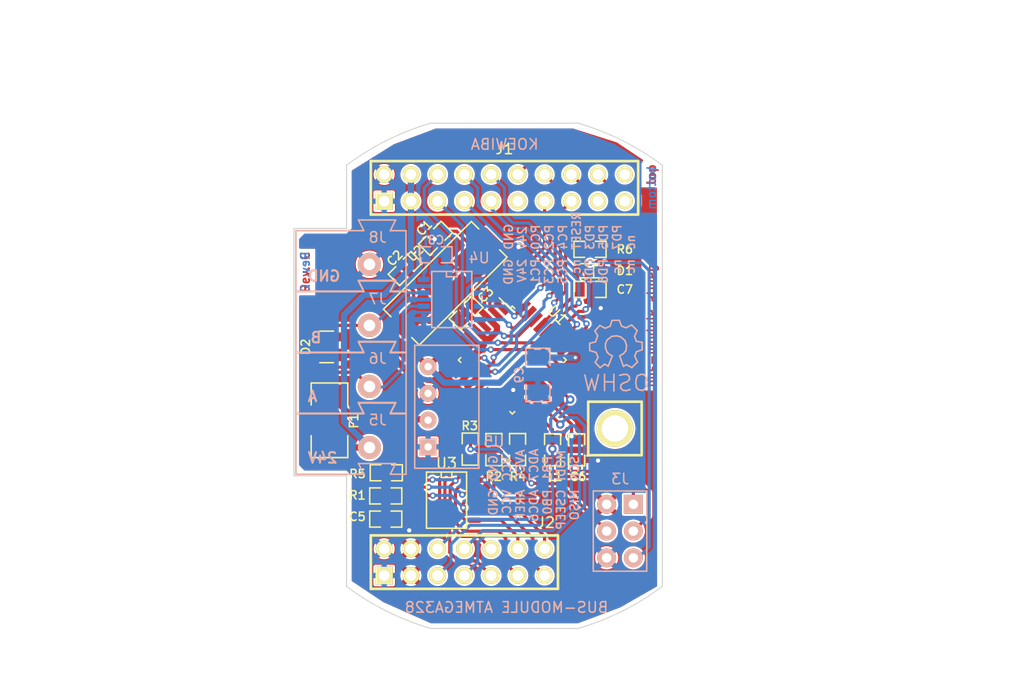
<source format=kicad_pcb>
(kicad_pcb (version 20211014) (generator pcbnew)
  (title_block (title "bus-module atmega328") (date "2019-03-06") (rev "C") (company "KoeWiBa"))
  (layers (0 "F.Cu" signal) (31 "B.Cu" signal) (34 "B.Paste" user) (35 "F.Paste" user) (36 "B.SilkS" user "B.Silkscreen") (37 "F.SilkS" user "F.Silkscreen") (38 "B.Mask" user) (39 "F.Mask" user) (44 "Edge.Cuts" user))
  (net 0 "")
  (net 1 "GND")
  (net 2 "/AREF")
  (net 3 "/AVCC")
  (net 4 "/PB0")
  (net 5 "/PB1")
  (net 6 "/MOSI")
  (net 7 "/MISO")
  (net 8 "/SCK")
  (net 9 "/PC1")
  (net 10 "/PC0")
  (net 11 "/PC3")
  (net 12 "/PC2")
  (net 13 "/PC5")
  (net 14 "/PC4")
  (net 15 "/PD3")
  (net 16 "/PD6")
  (net 17 "/PD5")
  (net 18 "/PD7")
  (net 19 "+24V")
  (net 20 "Net-(R1-Pad2)")
  (net 21 "Net-(R5-Pad2)")
  (net 22 "/TXD0EN")
  (net 23 "/RXD0")
  (net 24 "/TXD0")
  (net 25 "//RESET")
  (net 26 "//CSEEP")
  (net 27 "Net-(C1-Pad1)")
  (net 28 "Net-(C2-Pad1)")
  (net 29 "/ADC7")
  (net 30 "/ADC6")
  (net 31 "/PD4")
  (net 32 "/PB4_MISO")
  (net 33 "/PB5_SCK")
  (net 34 "/PB3_MOSI")
  (net 35 "VCC")
  (net 36 "/A")
  (net 37 "/B")
  (net 38 "Net-(F1-Pad1)")
  (net 39 "Net-(D2-Pad2)")
  (net 40 "Net-(H1-Pad1)")
  (net 41 "Net-(J1-Pad11)")
  (net 42 "Net-(J1-Pad17)")
  (net 43 "Net-(J1-Pad19)")
  (net 44 "Net-(J1-Pad20)")
  (footprint "Capacitors_SMD:C_0805" (layer "F.Cu") (at 93.448519 86.936481 -135)
    (fp_text reference "C1")
    (fp_text value "18pF")
  )
  (footprint "Capacitors_SMD:C_0805" (layer "F.Cu") (at 90.575 89.81 45)
    (fp_text reference "C2")
    (fp_text value "18pF")
  )
  (footprint "Capacitors_SMD:C_0805" (layer "F.Cu") (at 96.360519 94.039481 45)
    (fp_text reference "C3")
    (fp_text value "100nF")
  )
  (footprint "Capacitors_SMD:C_0805" (layer "F.Cu") (at 88.7275 113.61)
    (fp_text reference "C5")
    (fp_text value "100nF")
  )
  (footprint "Capacitors_SMD:C_0805" (layer "F.Cu") (at 106.863 107.032 -90)
    (fp_text reference "C6")
    (fp_text value "100nF")
  )
  (footprint "Capacitors_SMD:C_0805" (layer "F.Cu") (at 108.133 91.792)
    (fp_text reference "C7")
    (fp_text value "4,7nF")
  )
  (footprint "Connector_Header:HEADER_10x2" (layer "F.Cu") (at 100.005 82.14)
    (fp_text reference "J1")
    (fp_text value "CONN_10X2" hide)
  )
  (footprint "Inductor:L_0805" (layer "F.Cu") (at 104.577 107.032 90)
    (fp_text reference "L1")
    (fp_text value "10µH")
  )
  (footprint "Resistor:R_0805" (layer "F.Cu") (at 88.7275 111.41)
    (fp_text reference "R1")
    (fp_text value "10k")
  )
  (footprint "Resistor:R_0805" (layer "F.Cu") (at 99 107.01 -90)
    (fp_text reference "R2")
    (fp_text value "100")
  )
  (footprint "Resistor:R_0805" (layer "F.Cu") (at 96.75 106.9625 -90)
    (fp_text reference "R3")
    (fp_text value "100")
  )
  (footprint "Resistor:R_0805" (layer "F.Cu") (at 101.25 107.01 -90)
    (fp_text reference "R4")
    (fp_text value "100")
  )
  (footprint "Resistor:R_0805" (layer "F.Cu") (at 88.775 109.21)
    (fp_text reference "R5")
    (fp_text value "10k")
  )
  (footprint "Resistor:R_0805" (layer "F.Cu") (at 108.133 87.982 180)
    (fp_text reference "R6")
    (fp_text value "10k")
  )
  (footprint "Housings_SOIC:SO8E" (layer "F.Cu") (at 94.5 111.81 -90)
    (fp_text reference "U3")
    (fp_text value "25LC256" hide)
  )
  (footprint "Diode_SMD:D_SOD323" (layer "F.Cu") (at 108.133 90.014)
    (fp_text reference "D1")
    (fp_text value "1N4148WS (SOD323)")
  )
  (footprint "Crystal:CRY_HC49_SMD" (layer "F.Cu") (at 94.379794 91.205206 -135)
    (fp_text reference "U2")
    (fp_text value "7,3728MHz")
  )
  (footprint "Mechanical:HOLE_2.5mm" (layer "F.Cu") (at 110.5 105)
    (fp_text reference "H1" hide)
    (fp_text value "HOLE" hide)
  )
  (footprint "Connector_Header:HEADER_7x2" (layer "F.Cu") (at 96.195 117.7)
    (fp_text reference "J2")
    (fp_text value "CONN_7X2" hide)
  )
  (footprint "Housings_QFP:TQFP-32_7x7mm_Pitch0.8mm" (layer "F.Cu") (at 100.75 98.5 -45)
    (fp_text reference "U1")
    (fp_text value "ATMEGA328-TQFP32")
  )
  (footprint "Diode_SMD:D_SOT143" (layer "F.Cu") (at 83.114 97.253 90)
    (fp_text reference "D2")
    (fp_text value "SEMTECH SR05")
  )
  (footprint "Resistor:R_1812" (layer "F.Cu") (at 83.368 104.238 -90)
    (fp_text reference "F1")
    (fp_text value "FUSE")
  )
  (footprint "Capacitors_SMD:C_0805" (layer "B.Cu") (at 93.5 88.5 180)
    (fp_text reference "C8")
    (fp_text value "100nF")
  )
  (footprint "Connector_WAGO:WAGO243" (layer "B.Cu") (at 90.6548 91.95 90)
    (fp_text reference "J8")
    (fp_text value "CONN_1" hide)
  )
  (footprint "Connector_WAGO:WAGO243" (layer "B.Cu") (at 90.6548 97.75 90)
    (fp_text reference "J7")
    (fp_text value "CONN_1" hide)
  )
  (footprint "Connector_WAGO:WAGO243" (layer "B.Cu") (at 90.6548 103.55 90)
    (fp_text reference "J6")
    (fp_text value "CONN_1" hide)
  )
  (footprint "Connector_WAGO:WAGO243" (layer "B.Cu") (at 90.6548 109.35 90)
    (fp_text reference "J5")
    (fp_text value "CONN_1" hide)
  )
  (footprint "Symbol:Symbol_OSHW-Logo_SilkScreen" (layer "B.Cu") (at 110.6 97.2 180)
    (fp_text reference "LOGO1" hide)
    (fp_text value "Open Hardware")
  )
  (footprint "Housings_SOIC:SO8E" (layer "B.Cu") (at 95 92.75 -90)
    (fp_text reference "U4")
    (fp_text value "MAX487ECSA" hide)
  )
  (footprint "DCDC_Converter:AM1S-XXXX_SIL4" (layer "B.Cu") (at 92.75 106.75 90)
    (fp_text reference "U5")
    (fp_text value "AM1S-2405" hide)
  )
  (footprint "Connector_Header:HEADER_3x2" (layer "B.Cu") (at 112.25 112.21 -90)
    (fp_text reference "J3")
    (fp_text value "CONN-ISP-6" hide)
  )
  (footprint "Capacitors_SMD:C_1206" (layer "B.Cu") (at 103.18 99.92 -90)
    (fp_text reference "C9")
    (fp_text value "100µF/6,3V VS")
  )
  (gr_line (start 93 76) (end 106.993021 75.997966) (layer "Edge.Cuts") (width 0.1))
  (gr_arc (start 85.001058 79.999206) (mid 88.820251 77.639024) (end 93 76) (layer "Edge.Cuts") (width 0.1))
  (gr_line (start 107 124) (end 92.996322 123.998927) (layer "Edge.Cuts") (width 0.1))
  (gr_line (start 85 86) (end 80 86) (layer "Edge.Cuts") (width 0.1))
  (gr_line (start 115 80) (end 115.004226 119.99683) (layer "Edge.Cuts") (width 0.1))
  (gr_line (start 85.001058 79.999206) (end 85 86) (layer "Edge.Cuts") (width 0.1))
  (gr_line (start 80 109.5) (end 85 109.5) (layer "Edge.Cuts") (width 0.1))
  (gr_line (start 85 120) (end 85 109.5) (layer "Edge.Cuts") (width 0.1))
  (gr_arc (start 106.993021 75.997966) (mid 111.177089 77.637695) (end 115 80) (layer "Edge.Cuts") (width 0.1))
  (gr_arc (start 92.996322 123.998927) (mid 88.817947 122.359823) (end 85 120) (layer "Edge.Cuts") (width 0.1))
  (gr_line (start 80 86) (end 80 109.5) (layer "Edge.Cuts") (width 0.1))
  (gr_arc (start 115.004226 119.99683) (mid 111.182702 122.359499) (end 107 124) (layer "Edge.Cuts") (width 0.1))
  (gr_text "bus-module atmega328" (at 113.975 101.19 90) (layer "F.Cu") (effects (font (size 0.8 0.8)) (justify left)))
  (gr_text "Rev. C" (at 81.082 90.141 90) (layer "F.Cu") (effects (font (size 0.8 0.8))))
  (gr_text "top" (at 113.975 80.87 90) (layer "F.Cu") (effects (font (size 0.8 0.8))))
  (gr_text "koewiba" (at 112.705 101.19 90) (layer "F.Cu") (effects (font (size 0.8 0.8)) (justify left)))
  (gr_text "Rev. C" (at 81.082 90.141 90) (layer "B.Cu") (effects (font (size 0.8 0.8)) (justify mirror)))
  (gr_text "bottom" (at 113.975 82.14 90) (layer "B.Cu") (effects (font (size 0.8 0.8)) (justify mirror)))
  (gr_text "24V" (at 81.209 107.794) (layer "B.SilkS") (effects (font (size 1 1) (thickness 0.2)) (justify right mirror)))
  (gr_text "KOEWIBA" (at 100.025 78.01) (layer "B.SilkS") (effects (font (size 1 1)) (justify mirror)))
  (gr_text "GND\nVCC\nAVCC\nADC7\nPB1\nMODI\nSCK" (at 102.8 110.08 90) (layer "B.SilkS") (effects (font (size 0.8 0.8)) (justify right mirror)))
  (gr_text "GND\n24V\nPC0\nPC2\nPC4\nRESET\nPD3\nPD5\nPD7\nnc" (at 106.2 88.11 90) (layer "B.SilkS") (effects (font (size 0.8 0.8)) (justify right mirror)))
  (gr_text "B" (at 81.463 96.364) (layer "B.SilkS") (effects (font (size 1 1) (thickness 0.2)) (justify right mirror)))
  (gr_text "BUS-MODULE ATMEGA328" (at 100.2 122) (layer "B.SilkS") (effects (font (size 1 1)) (justify mirror)))
  (gr_text "A" (at 81.209 101.952) (layer "B.SilkS") (effects (font (size 1 1) (thickness 0.2)) (justify right mirror)))
  (gr_text "GND\n24V\nPC1\nPC3\nPC5\nnc\nPD4\nPD6\nnc\nnc" (at 106.175 88.81 90) (layer "B.SilkS") (effects (font (size 0.8 0.8)) (justify left mirror)))
  (gr_text "GND\nVCC\nAREF\nADC6\nPB0\nCSEEP\nMISO" (at 102.8 110.715 90) (layer "B.SilkS") (effects (font (size 0.8 0.8)) (justify left mirror)))
  (gr_text "GND" (at 81.209 90.522) (layer "B.SilkS") (effects (font (size 1 1) (thickness 0.2)) (justify right mirror)))
  (segment (start 89.21 98.02262) (end 92.75 101.56262) (width 0.6) (layer "F.Cu") (net 1))
  (segment (start 92.75 101.56262) (end 92.75 101.67) (width 0.6) (layer "F.Cu") (net 1))
  (segment (start 109.0855 93.5065) (end 109.149 93.57) (width 0.6) (layer "F.Cu") (net 1))
  (segment (start 97.419057 91.651216) (end 101.337577 87.732696) (width 0.6) (layer "F.Cu") (net 1))
  (segment (start 97.313018 93.365962) (end 97.034038 93.365962) (width 0.6) (layer "F.Cu") (net 1))
  (segment (start 99.287789 95.340733) (end 98.593324 94.646268) (width 0.6) (layer "F.Cu") (net 1))
  (segment (start 104.038047 101.222361) (end 103.343583 100.527897) (width 0.6) (layer "F.Cu") (net 1))
  (segment (start 99.287789 95.790297) (end 99.287789 95.340733) (width 0.6) (layer "F.Cu") (net 1))
  (segment (start 98.608 96.470086) (end 99.287789 95.790297) (width 0.6) (layer "F.Cu") (net 1))
  (segment (start 101.656103 100.527897) (end 100.838 101.346) (width 0.6) (layer "F.Cu") (net 1))
  (segment (start 97.461953 95.777639) (end 98.175314 96.491) (width 0.6) (layer "F.Cu") (net 1))
  (segment (start 84.064 98.02262) (end 89.21 98.02262) (width 0.6) (layer "F.Cu") (net 1))
  (segment (start 91.375 89.21) (end 91.375 89.01) (width 0.6) (layer "F.Cu") (net 1))
  (segment (start 90.88 113.715) (end 90.775 113.61) (width 0.6) (layer "F.Cu") (net 1))
  (segment (start 97.419057 92.980943) (end 97.419057 91.651216) (width 0.6) (layer "F.Cu") (net 1))
  (segment (start 109.0855 91.792) (end 109.0855 93.5065) (width 0.6) (layer "F.Cu") (net 1))
  (segment (start 90.953102 114.117411) (end 90.88 114.044309) (width 0.6) (layer "F.Cu") (net 1))
  (segment (start 103.343583 100.527897) (end 101.656103 100.527897) (width 0.6) (layer "F.Cu") (net 1))
  (segment (start 98.593324 94.646268) (end 97.313018 93.365962) (width 0.6) (layer "F.Cu") (net 1))
  (segment (start 90.953102 114.683096) (end 90.953102 114.117411) (width 0.6) (layer "F.Cu") (net 1))
  (segment (start 92.775 87.61) (end 93.375 87.01) (width 0.6) (layer "F.Cu") (net 1))
  (segment (start 91.375 89.01) (end 92.775 87.61) (width 0.6) (layer "F.Cu") (net 1))
  (segment (start 98.175314 96.491) (end 98.608 96.491) (width 0.6) (layer "F.Cu") (net 1))
  (segment (start 90.88 114.044309) (end 90.88 113.715) (width 0.6) (layer "F.Cu") (net 1))
  (segment (start 91.833 113.715) (end 90.88 113.715) (width 0.6) (layer "F.Cu") (net 1))
  (segment (start 106.863 107.9845) (end 108.8315 107.9845) (width 0.6) (layer "F.Cu") (net 1))
  (segment (start 108.8315 107.9845) (end 108.895 108.048) (width 0.6) (layer "F.Cu") (net 1))
  (segment (start 97.034038 93.365962) (end 97.419057 92.980943) (width 0.6) (layer "F.Cu") (net 1))
  (segment (start 90.775 113.61) (end 89.68 113.61) (width 0.6) (layer "F.Cu") (net 1))
  (segment (start 98.608 96.491) (end 98.608 96.470086) (width 0.6) (layer "F.Cu") (net 1))
  (segment (start 97.432928 93.451534) (end 97.432928 93.432928) (width 0.6) (layer "F.Cu") (net 1))
  (via (at 100.838 101.346) (size 0.8) (drill 0.4) (layers "F.Cu" "B.Cu") (net 1))
  (via (at 109.149 93.57) (size 0.8) (drill 0.4) (layers "F.Cu" "B.Cu") (net 1))
  (via (at 101.337577 87.732696) (size 0.8) (drill 0.4) (layers "F.Cu" "B.Cu") (net 1))
  (via (at 90.953102 114.683096) (size 0.8) (drill 0.4) (layers "F.Cu" "B.Cu") (net 1))
  (via (at 108.895 108.048) (size 0.8) (drill 0.4) (layers "F.Cu" "B.Cu") (net 1))
  (via (at 93.375 87.01) (size 0.8) (drill 0.4) (layers "F.Cu" "B.Cu") (net 1))
  (segment (start 93.375 87.01) (end 93.375 87.4225) (width 0.6) (layer "B.Cu") (net 1))
  (segment (start 93.375 87.4225) (end 94.4525 88.5) (width 0.6) (layer "B.Cu") (net 1))
  (segment (start 106.774987 106.1404) (end 106.374988 105.740401) (width 0.3) (layer "F.Cu") (net 2))
  (segment (start 106.863 106.0795) (end 106.8021 106.1404) (width 0.3) (layer "F.Cu") (net 2))
  (segment (start 104.20338 102.424442) (end 106.374988 104.59605) (width 0.3) (layer "F.Cu") (net 2))
  (segment (start 104.108756 102.424442) (end 104.20338 102.424442) (width 0.3) (layer "F.Cu") (net 2))
  (segment (start 103.472361 101.788047) (end 104.108756 102.424442) (width 0.3) (layer "F.Cu") (net 2))
  (segment (start 106.374988 104.59605) (end 106.374988 105.740401) (width 0.3) (layer "F.Cu") (net 2))
  (segment (start 106.8021 106.1404) (end 106.774987 106.1404) (width 0.3) (layer "F.Cu") (net 2))
  (segment (start 104.026223 102.128023) (end 103.878023 102.128023) (width 0.3) (layer "F.Cu") (net 2))
  (via (at 106.374988 105.740401) (size 0.8) (drill 0.4) (layers "F.Cu" "B.Cu") (net 2))
  (segment (start 106.374988 106.306086) (end 106.374988 105.740401) (width 0.3) (layer "B.Cu") (net 2))
  (segment (start 104.376756 114.2) (end 106.355 112.221756) (width 0.3) (layer "B.Cu") (net 2))
  (segment (start 106.355 106.326074) (end 106.374988 106.306086) (width 0.3) (layer "B.Cu") (net 2))
  (segment (start 96.72285 114.2) (end 104.376756 114.2) (width 0.3) (layer "B.Cu") (net 2))
  (segment (start 106.355 112.221756) (end 106.355 106.326074) (width 0.3) (layer "B.Cu") (net 2))
  (segment (start 94.925 115.99785) (end 96.72285 114.2) (width 0.3) (layer "B.Cu") (net 2))
  (segment (start 94.925 117.7) (end 94.925 115.99785) (width 0.3) (layer "B.Cu") (net 2))
  (segment (start 93.655 118.97) (end 94.925 117.7) (width 0.3) (layer "B.Cu") (net 2))
  (segment (start 104.559296 105.111136) (end 104.559296 106.374301) (width 0.3) (layer "F.Cu") (net 3))
  (segment (start 102.707696 103.259536) (end 104.559296 105.111136) (width 0.3) (layer "F.Cu") (net 3))
  (segment (start 104.559296 106.374301) (end 104.559296 106.939986) (width 0.3) (layer "F.Cu") (net 3))
  (via (at 104.559296 106.939986) (size 0.8) (drill 0.4) (layers "F.Cu" "B.Cu") (net 3))
  (segment (start 96.449 113.636) (end 104.056878 113.636) (width 0.3) (layer "B.Cu") (net 3))
  (segment (start 104.056878 113.636) (end 104.559296 113.133582) (width 0.3) (layer "B.Cu") (net 3))
  (segment (start 93.655 116.43) (end 96.449 113.636) (width 0.3) (layer "B.Cu") (net 3))
  (segment (start 104.559296 113.133582) (end 104.559296 106.939986) (width 0.3) (layer "B.Cu") (net 3))
  (segment (start 97.345101 117.580101) (end 95.604899 117.580101) (width 0.3) (layer "F.Cu") (net 4))
  (segment (start 94.805101 116.780303) (end 94.805101 114.807057) (width 0.3) (layer "F.Cu") (net 4))
  (segment (start 94.559978 104.079365) (end 97.068095 101.571248) (width 0.3) (layer "F.Cu") (net 4))
  (segment (start 94.805101 114.807057) (end 93.844995 113.846951) (width 0.3) (layer "F.Cu") (net 4))
  (segment (start 98.735 118.97) (end 97.345101 117.580101) (width 0.3) (layer "F.Cu") (net 4))
  (segment (start 94.559978 109.090832) (end 94.559978 104.079365) (width 0.3) (layer "F.Cu") (net 4))
  (segment (start 93.844995 113.846951) (end 93.844995 109.805815) (width 0.3) (layer "F.Cu") (net 4))
  (segment (start 93.844995 109.805815) (end 94.559978 109.090832) (width 0.3) (layer "F.Cu") (net 4))
  (segment (start 95.604899 117.580101) (end 94.805101 116.780303) (width 0.3) (layer "F.Cu") (net 4))
  (segment (start 94.345006 110.034551) (end 95.059989 109.319568) (width 0.3) (layer "F.Cu") (net 5))
  (segment (start 98.735 116.43) (end 97.564012 115.259012) (width 0.3) (layer "F.Cu") (net 5))
  (segment (start 95.059989 104.692905) (end 97.624871 102.128023) (width 0.3) (layer "F.Cu") (net 5))
  (segment (start 94.345006 113.63984) (end 94.345006 110.034551) (width 0.3) (layer "F.Cu") (net 5))
  (segment (start 97.564012 115.259012) (end 95.964177 115.259011) (width 0.3) (layer "F.Cu") (net 5))
  (segment (start 95.059989 109.319568) (end 95.059989 104.692905) (width 0.3) (layer "F.Cu") (net 5))
  (segment (start 95.964177 115.259011) (end 94.345006 113.63984) (width 0.3) (layer "F.Cu") (net 5))
  (segment (start 95.345025 112.785649) (end 95.345025 110.894163) (width 0.3) (layer "F.Cu") (net 6))
  (segment (start 101.275 115.298488) (end 99.691512 113.715) (width 0.3) (layer "F.Cu") (net 6))
  (segment (start 96.75 108.6595) (end 96.75 107.915) (width 0.3) (layer "F.Cu") (net 6))
  (segment (start 101.275 116.43) (end 101.275 115.298488) (width 0.3) (layer "F.Cu") (net 6))
  (segment (start 97.167 113.715) (end 96.274376 113.715) (width 0.3) (layer "F.Cu") (net 6))
  (segment (start 95.345025 110.894163) (end 96.20151 110.037678) (width 0.3) (layer "F.Cu") (net 6))
  (segment (start 96.274376 113.715) (end 95.345025 112.785649) (width 0.3) (layer "F.Cu") (net 6))
  (segment (start 96.20151 109.20799) (end 96.75 108.6595) (width 0.3) (layer "F.Cu") (net 6))
  (segment (start 96.20151 110.037678) (end 96.20151 109.20799) (width 0.3) (layer "F.Cu") (net 6))
  (segment (start 99.691512 113.715) (end 97.167 113.715) (width 0.3) (layer "F.Cu") (net 6))
  (segment (start 102.702999 117.857999) (end 102.702999 115.437999) (width 0.3) (layer "F.Cu") (net 7))
  (segment (start 100.375999 113.110999) (end 96.377497 113.110999) (width 0.3) (layer "F.Cu") (net 7))
  (segment (start 103.815 118.97) (end 102.702999 117.857999) (width 0.3) (layer "F.Cu") (net 7))
  (segment (start 96.095488 112.82899) (end 96.095488 112.529414) (width 0.3) (layer "F.Cu") (net 7))
  (segment (start 93.194994 111.378999) (end 92.743999 111.378999) (width 0.3) (layer "F.Cu") (net 7))
  (segment (start 96.359639 111.840999) (end 96.095488 112.10515) (width 0.3) (layer "F.Cu") (net 7))
  (segment (start 98.018501 111.840999) (end 96.359639 111.840999) (width 0.3) (layer "F.Cu") (net 7))
  (segment (start 99 110.8595) (end 98.018501 111.840999) (width 0.3) (layer "F.Cu") (net 7))
  (segment (start 96.095488 112.10515) (end 96.095488 112.529414) (width 0.3) (layer "F.Cu") (net 7))
  (segment (start 99 107.9625) (end 99 110.8595) (width 0.3) (layer "F.Cu") (net 7))
  (segment (start 102.702999 115.437999) (end 100.375999 113.110999) (width 0.3) (layer "F.Cu") (net 7))
  (segment (start 92.54 111.175) (end 91.833 111.175) (width 0.3) (layer "F.Cu") (net 7))
  (segment (start 96.377497 113.110999) (end 96.095488 112.82899) (width 0.3) (layer "F.Cu") (net 7))
  (segment (start 92.743999 111.378999) (end 92.54 111.175) (width 0.3) (layer "F.Cu") (net 7))
  (via (at 93.194994 111.378999) (size 0.6) (drill 0.3) (layers "F.Cu" "B.Cu") (net 7))
  (via (at 96.095488 112.529414) (size 0.6) (drill 0.3) (layers "F.Cu" "B.Cu") (net 7))
  (segment (start 94.925 111.35) (end 93.223993 111.35) (width 0.3) (layer "B.Cu") (net 7))
  (segment (start 96.095488 112.529414) (end 96.095488 112.520488) (width 0.3) (layer "B.Cu") (net 7))
  (segment (start 93.223993 111.35) (end 93.194994 111.378999) (width 0.3) (layer "B.Cu") (net 7))
  (segment (start 96.095488 112.520488) (end 94.925 111.35) (width 0.3) (layer "B.Cu") (net 7))
  (segment (start 103.815 115.245) (end 101.455 112.885) (width 0.3) (layer "F.Cu") (net 8))
  (segment (start 101.25 112.68) (end 101.455 112.885) (width 0.3) (layer "F.Cu") (net 8))
  (segment (start 101.25 107.9625) (end 101.25 112.68) (width 0.3) (layer "F.Cu") (net 8))
  (segment (start 97.167 112.445) (end 101.015 112.445) (width 0.3) (layer "F.Cu") (net 8))
  (segment (start 103.815 116.43) (end 103.815 115.245) (width 0.3) (layer "F.Cu") (net 8))
  (segment (start 101.015 112.445) (end 101.455 112.885) (width 0.3) (layer "F.Cu") (net 8))
  (segment (start 103.078463 96.868665) (end 105.735103 99.525305) (width 0.3) (layer "F.Cu") (net 9))
  (segment (start 106.102233 99.864999) (end 106.027304 99.864999) (width 0.3) (layer "F.Cu") (net 9))
  (segment (start 99.811479 96.868665) (end 103.078463 96.868665) (width 0.3) (layer "F.Cu") (net 9))
  (segment (start 99.374474 96.855924) (end 99.798738 96.855924) (width 0.3) (layer "F.Cu") (net 9))
  (segment (start 99.798738 96.855924) (end 99.811479 96.868665) (width 0.3) (layer "F.Cu") (net 9))
  (via (at 99.374474 96.855924) (size 0.6) (drill 0.3) (layers "F.Cu" "B.Cu") (net 9))
  (segment (start 96 95.277146) (end 97.578778 96.855924) (width 0.3) (layer "B.Cu") (net 9))
  (segment (start 96 85.755) (end 96 95.277146) (width 0.3) (layer "B.Cu") (net 9))
  (segment (start 97.578778 96.855924) (end 99.374474 96.855924) (width 0.3) (layer "B.Cu") (net 9))
  (segment (start 93.655 83.41) (end 96 85.755) (width 0.3) (layer "B.Cu") (net 9))
  (segment (start 105.545457 100.421775) (end 102.631349 97.507667) (width 0.3) (layer "F.Cu") (net 10))
  (segment (start 102.631349 97.507667) (end 98.70143 97.507667) (width 0.3) (layer "F.Cu") (net 10))
  (via (at 98.70143 97.507667) (size 0.6) (drill 0.3) (layers "F.Cu" "B.Cu") (net 10))
  (segment (start 92.385 82.14) (end 93.655 80.87) (width 0.3) (layer "B.Cu") (net 10))
  (segment (start 95.43591 87.03591) (end 92.385 83.985) (width 0.3) (layer "B.Cu") (net 10))
  (segment (start 97.414509 97.507667) (end 95.43591 95.529068) (width 0.3) (layer "B.Cu") (net 10))
  (segment (start 98.70143 97.507667) (end 97.414509 97.507667) (width 0.3) (layer "B.Cu") (net 10))
  (segment (start 92.385 83.985) (end 92.385 82.14) (width 0.3) (layer "B.Cu") (net 10))
  (segment (start 95.43591 95.529068) (end 95.43591 87.03591) (width 0.3) (layer "B.Cu") (net 10))
  (segment (start 105.559825 96.484831) (end 106.893927 95.150729) (width 0.3) (layer "F.Cu") (net 11))
  (segment (start 106.893927 95.150729) (end 106.893927 95.106073) (width 0.3) (layer "F.Cu") (net 11))
  (via (at 106.893927 95.106073) (size 0.6) (drill 0.3) (layers "F.Cu" "B.Cu") (net 11))
  (segment (start 106.893927 95.106073) (end 105.919976 94.132122) (width 0.3) (layer "B.Cu") (net 11))
  (segment (start 102.087578 87.424396) (end 102.087578 87.372695) (width 0.3) (layer "B.Cu") (net 11))
  (segment (start 99.767695 86.982695) (end 96.195 83.41) (width 0.3) (layer "B.Cu") (net 11))
  (segment (start 101.697578 86.982695) (end 99.767695 86.982695) (width 0.3) (layer "B.Cu") (net 11))
  (segment (start 105.919976 94.132122) (end 105.919976 91.256794) (width 0.3) (layer "B.Cu") (net 11))
  (segment (start 105.919976 91.256794) (end 102.087578 87.424396) (width 0.3) (layer "B.Cu") (net 11))
  (segment (start 102.087578 87.372695) (end 101.697578 86.982695) (width 0.3) (layer "B.Cu") (net 11))
  (segment (start 106.123785 97.048791) (end 107.798536 95.37404) (width 0.3) (layer "F.Cu") (net 12))
  (segment (start 107.798536 95.37404) (end 107.798536 95.048566) (width 0.3) (layer "F.Cu") (net 12))
  (via (at 107.798536 95.048566) (size 0.6) (drill 0.3) (layers "F.Cu" "B.Cu") (net 12))
  (segment (start 97.465 82.14) (end 96.195 80.87) (width 0.3) (layer "B.Cu") (net 12))
  (segment (start 102.587589 87.217285) (end 102.587588 87.165583) (width 0.3) (layer "B.Cu") (net 12))
  (segment (start 106.419986 91.049682) (end 102.587589 87.217285) (width 0.3) (layer "B.Cu") (net 12))
  (segment (start 101.904689 86.482684) (end 100.139384 86.482684) (width 0.3) (layer "B.Cu") (net 12))
  (segment (start 107.798536 95.048566) (end 106.419987 93.670017) (width 0.3) (layer "B.Cu") (net 12))
  (segment (start 100.139384 86.482684) (end 97.465 83.8083) (width 0.3) (layer "B.Cu") (net 12))
  (segment (start 97.465 83.8083) (end 97.465 82.14) (width 0.3) (layer "B.Cu") (net 12))
  (segment (start 102.587588 87.165583) (end 101.904689 86.482684) (width 0.3) (layer "B.Cu") (net 12))
  (segment (start 106.419987 93.670017) (end 106.419986 91.049682) (width 0.3) (layer "B.Cu") (net 12))
  (segment (start 98.73 82.77) (end 98.73 83.52) (width 0.3) (layer "F.Cu") (net 13))
  (segment (start 106.395911 93.38572) (end 106.770007 93.38572) (width 0.3) (layer "F.Cu") (net 13))
  (segment (start 106.770007 93.38572) (end 107.070006 93.085721) (width 0.3) (layer "F.Cu") (net 13))
  (segment (start 104.428313 95.353318) (end 106.395911 93.38572) (width 0.3) (layer "F.Cu") (net 13))
  (via (at 107.070006 93.085721) (size 0.6) (drill 0.3) (layers "F.Cu" "B.Cu") (net 13))
  (segment (start 103.087598 86.958471) (end 103.087598 87.010172) (width 0.3) (layer "B.Cu") (net 13))
  (segment (start 100.600553 85.982675) (end 102.111802 85.982675) (width 0.3) (layer "B.Cu") (net 13))
  (segment (start 98.735 84.117122) (end 100.600553 85.982675) (width 0.3) (layer "B.Cu") (net 13))
  (segment (start 107.070006 90.99258) (end 107.070006 92.661457) (width 0.3) (layer "B.Cu") (net 13))
  (segment (start 98.735 83.41) (end 98.735 84.117122) (width 0.3) (layer "B.Cu") (net 13))
  (segment (start 102.111802 85.982675) (end 103.087598 86.958471) (width 0.3) (layer "B.Cu") (net 13))
  (segment (start 103.087598 87.010172) (end 107.070006 90.99258) (width 0.3) (layer "B.Cu") (net 13))
  (segment (start 107.070006 92.661457) (end 107.070006 93.085721) (width 0.3) (layer "B.Cu") (net 13))
  (segment (start 104.992273 95.917278) (end 107.032333 93.877218) (width 0.3) (layer "F.Cu") (net 14))
  (segment (start 98.73 80.23) (end 98.73 80.27) (width 0.3) (layer "F.Cu") (net 14))
  (segment (start 107.516127 93.877218) (end 107.716362 93.676983) (width 0.3) (layer "F.Cu") (net 14))
  (segment (start 107.032333 93.877218) (end 107.516127 93.877218) (width 0.3) (layer "F.Cu") (net 14))
  (via (at 107.716362 93.676983) (size 0.6) (drill 0.3) (layers "F.Cu" "B.Cu") (net 14))
  (segment (start 107.716362 93.676983) (end 108.016361 93.376984) (width 0.3) (layer "B.Cu") (net 14))
  (segment (start 100.005 82.14) (end 98.735 80.87) (width 0.3) (layer "B.Cu") (net 14))
  (segment (start 108.016361 91.231813) (end 103.587609 86.803061) (width 0.3) (layer "B.Cu") (net 14))
  (segment (start 108.016361 93.376984) (end 108.016361 91.231813) (width 0.3) (layer "B.Cu") (net 14))
  (segment (start 103.587609 86.803061) (end 103.587609 86.75136) (width 0.3) (layer "B.Cu") (net 14))
  (segment (start 100.807664 85.482664) (end 100.005 84.68) (width 0.3) (layer "B.Cu") (net 14))
  (segment (start 103.587609 86.75136) (end 102.318913 85.482664) (width 0.3) (layer "B.Cu") (net 14))
  (segment (start 102.318913 85.482664) (end 100.807664 85.482664) (width 0.3) (layer "B.Cu") (net 14))
  (segment (start 100.005 84.68) (end 100.005 82.14) (width 0.3) (layer "B.Cu") (net 14))
  (segment (start 104.927001 81.982001) (end 104.927001 84.837999) (width 0.3) (layer "F.Cu") (net 15))
  (segment (start 104.315011 88.116147) (end 99.33368 93.097478) (width 0.3) (layer "F.Cu") (net 15))
  (segment (start 104.315011 85.449989) (end 104.315011 88.116147) (width 0.3) (layer "F.Cu") (net 15))
  (segment (start 104.927001 84.837999) (end 104.315011 85.449989) (width 0.3) (layer "F.Cu") (net 15))
  (segment (start 103.815 80.87) (end 104.927001 81.982001) (width 0.3) (layer "F.Cu") (net 15))
  (segment (start 104.815022 90.246463) (end 103.413541 91.647944) (width 0.3) (layer "F.Cu") (net 16))
  (segment (start 98.58603 99.073938) (end 98.976975 98.682993) (width 0.3) (layer "F.Cu") (net 16))
  (segment (start 105.593001 84.879121) (end 104.815022 85.6571) (width 0.3) (layer "F.Cu") (net 16))
  (segment (start 106.355 83.41) (end 105.593001 84.171999) (width 0.3) (layer "F.Cu") (net 16))
  (segment (start 105.593001 84.171999) (end 105.593001 84.879121) (width 0.3) (layer "F.Cu") (net 16))
  (segment (start 95.936583 100.439735) (end 97.30238 99.073938) (width 0.3) (layer "F.Cu") (net 16))
  (segment (start 97.30238 99.073938) (end 98.58603 99.073938) (width 0.3) (layer "F.Cu") (net 16))
  (segment (start 98.976975 98.682993) (end 98.976975 98.258729) (width 0.3) (layer "F.Cu") (net 16))
  (segment (start 104.815022 85.6571) (end 104.815022 90.246463) (width 0.3) (layer "F.Cu") (net 16))
  (via (at 103.413541 91.647944) (size 0.6) (drill 0.3) (layers "F.Cu" "B.Cu") (net 16))
  (via (at 98.976975 98.258729) (size 0.6) (drill 0.3) (layers "F.Cu" "B.Cu") (net 16))
  (segment (start 102.062042 94.443912) (end 102.062042 92.999443) (width 0.3) (layer "B.Cu") (net 16))
  (segment (start 102.062042 92.999443) (end 103.413541 91.647944) (width 0.3) (layer "B.Cu") (net 16))
  (segment (start 100.649877 96.585827) (end 100.649877 95.856077) (width 0.3) (layer "B.Cu") (net 16))
  (segment (start 100.649877 95.856077) (end 102.062042 94.443912) (width 0.3) (layer "B.Cu") (net 16))
  (segment (start 98.976975 98.258729) (end 100.649877 96.585827) (width 0.3) (layer "B.Cu") (net 16))
  (segment (start 107.675 82.19) (end 107.675 83.922878) (width 0.3) (layer "F.Cu") (net 17))
  (segment (start 106.355 80.87) (end 107.675 82.19) (width 0.3) (layer "F.Cu") (net 17))
  (segment (start 105.315032 91.365818) (end 104.274499 92.406351) (width 0.3) (layer "F.Cu") (net 17))
  (segment (start 97.672392 98.297677) (end 98.096656 98.297677) (width 0.3) (layer "F.Cu") (net 17))
  (segment (start 96.742652 98.573927) (end 97.396142 98.573927) (width 0.3) (layer "F.Cu") (net 17))
  (segment (start 106.35 80.23) (end 106.35 81.161238) (width 0.3) (layer "F.Cu") (net 17))
  (segment (start 106.50439 85.093488) (end 106.085756 85.093488) (width 0.3) (layer "F.Cu") (net 17))
  (segment (start 106.085756 85.093488) (end 105.315032 85.864212) (width 0.3) (layer "F.Cu") (net 17))
  (segment (start 107.675 83.922878) (end 106.50439 85.093488) (width 0.3) (layer "F.Cu") (net 17))
  (segment (start 97.396142 98.573927) (end 97.672392 98.297677) (width 0.3) (layer "F.Cu") (net 17))
  (segment (start 95.379807 99.882959) (end 95.43362 99.882959) (width 0.3) (layer "F.Cu") (net 17))
  (segment (start 95.43362 99.882959) (end 96.742652 98.573927) (width 0.3) (layer "F.Cu") (net 17))
  (segment (start 105.315032 85.864212) (end 105.315032 91.365818) (width 0.3) (layer "F.Cu") (net 17))
  (via (at 104.274499 92.406351) (size 0.6) (drill 0.3) (layers "F.Cu" "B.Cu") (net 17))
  (via (at 98.096656 98.297677) (size 0.6) (drill 0.3) (layers "F.Cu" "B.Cu") (net 17))
  (segment (start 101.149888 97.240138) (end 101.149888 96.063188) (width 0.3) (layer "B.Cu") (net 17))
  (segment (start 103.76058 92.92027) (end 104.274499 92.406351) (width 0.3) (layer "B.Cu") (net 17))
  (segment (start 103.76058 93.452496) (end 103.76058 92.92027) (width 0.3) (layer "B.Cu") (net 17))
  (segment (start 98.096656 98.297677) (end 98.764425 98.965446) (width 0.3) (layer "B.Cu") (net 17))
  (segment (start 99.42458 98.965446) (end 101.149888 97.240138) (width 0.3) (layer "B.Cu") (net 17))
  (segment (start 101.149888 96.063188) (end 103.76058 93.452496) (width 0.3) (layer "B.Cu") (net 17))
  (segment (start 98.764425 98.965446) (end 99.42458 98.965446) (width 0.3) (layer "B.Cu") (net 17))
  (segment (start 108.895 80.87) (end 110.197501 82.172501) (width 0.3) (layer "F.Cu") (net 18))
  (segment (start 96.511319 101.014472) (end 97.910343 99.615448) (width 0.3) (layer "F.Cu") (net 18))
  (segment (start 110.197501 82.172501) (end 110.197501 84.877999) (width 0.3) (layer "F.Cu") (net 18))
  (segment (start 105.815042 91.978719) (end 104.729138 93.064623) (width 0.3) (layer "F.Cu") (net 18))
  (segment (start 106.292867 85.593499) (end 105.815042 86.071324) (width 0.3) (layer "F.Cu") (net 18))
  (segment (start 98.691736 99.615448) (end 99.116 99.615448) (width 0.3) (layer "F.Cu") (net 18))
  (segment (start 97.910343 99.615448) (end 98.691736 99.615448) (width 0.3) (layer "F.Cu") (net 18))
  (segment (start 109.482001 85.593499) (end 106.292867 85.593499) (width 0.3) (layer "F.Cu") (net 18))
  (segment (start 110.197501 84.877999) (end 109.482001 85.593499) (width 0.3) (layer "F.Cu") (net 18))
  (segment (start 105.815042 86.071324) (end 105.815042 91.978719) (width 0.3) (layer "F.Cu") (net 18))
  (via (at 104.729138 93.064623) (size 0.6) (drill 0.3) (layers "F.Cu" "B.Cu") (net 18))
  (via (at 99.116 99.615448) (size 0.6) (drill 0.3) (layers "F.Cu" "B.Cu") (net 18))
  (segment (start 104.729138 94.389187) (end 99.502877 99.615448) (width 0.3) (layer "B.Cu") (net 18))
  (segment (start 99.502877 99.615448) (end 99.116 99.615448) (width 0.3) (layer "B.Cu") (net 18))
  (segment (start 104.729138 93.064623) (end 104.729138 94.389187) (width 0.3) (layer "B.Cu") (net 18))
  (segment (start 83.368 106.81) (end 83.368 106.7272) (width 0.6) (layer "F.Cu") (net 19))
  (segment (start 87.175 106.81) (end 83.368 106.81) (width 0.6) (layer "F.Cu") (net 19))
  (segment (start 87.175 106.775) (end 84.765 104.365) (width 0.6) (layer "B.Cu") (net 19))
  (segment (start 84.765 94.205) (end 86.67 92.3) (width 0.6) (layer "B.Cu") (net 19))
  (segment (start 86.67 92.3) (end 88.575 92.3) (width 0.6) (layer "B.Cu") (net 19))
  (segment (start 91.115 89.76) (end 88.575 92.3) (width 0.6) (layer "B.Cu") (net 19))
  (segment (start 91.115 83.41) (end 91.115 80.87) (width 0.6) (layer "B.Cu") (net 19))
  (segment (start 87.175 106.81) (end 87.175 106.775) (width 0.6) (layer "B.Cu") (net 19))
  (segment (start 84.765 104.365) (end 84.765 94.205) (width 0.6) (layer "B.Cu") (net 19))
  (segment (start 91.115 83.41) (end 91.115 89.76) (width 0.6) (layer "B.Cu") (net 19))
  (segment (start 90.775 111.61) (end 90.575 111.41) (width 0.3) (layer "F.Cu") (net 20))
  (segment (start 90.575 111.41) (end 89.68 111.41) (width 0.3) (layer "F.Cu") (net 20))
  (segment (start 90.9615 112.445) (end 90.775 112.2585) (width 0.3) (layer "F.Cu") (net 20))
  (segment (start 90.775 112.2585) (end 90.775 111.61) (width 0.3) (layer "F.Cu") (net 20))
  (segment (start 91.833 112.445) (end 90.9615 112.445) (width 0.3) (layer "F.Cu") (net 20))
  (segment (start 89.7275 109.464) (end 90.834499 110.570999) (width 0.3) (layer "F.Cu") (net 21))
  (segment (start 89.7275 109.21) (end 89.7275 109.464) (width 0.3) (layer "F.Cu") (net 21))
  (segment (start 90.834499 110.570999) (end 92.793019 110.570999) (width 0.3) (layer "F.Cu") (net 21))
  (segment (start 92.793019 110.570999) (end 92.802249 110.580229) (width 0.3) (layer "F.Cu") (net 21))
  (segment (start 97.167 111.175) (end 96.110346 111.175) (width 0.3) (layer "F.Cu") (net 21))
  (segment (start 96.110346 111.175) (end 95.995045 111.290301) (width 0.3) (layer "F.Cu") (net 21))
  (via (at 92.802249 110.580229) (size 0.6) (drill 0.3) (layers "F.Cu" "B.Cu") (net 21))
  (via (at 95.995045 111.290301) (size 0.6) (drill 0.3) (layers "F.Cu" "B.Cu") (net 21))
  (segment (start 92.802249 110.580229) (end 94.919236 110.580229) (width 0.3) (layer "B.Cu") (net 21))
  (segment (start 95.695046 110.990302) (end 95.995045 111.290301) (width 0.3) (layer "B.Cu") (net 21))
  (segment (start 94.919236 110.580229) (end 95.329309 110.990302) (width 0.3) (layer "B.Cu") (net 21))
  (segment (start 95.329309 110.990302) (end 95.695046 110.990302) (width 0.3) (layer "B.Cu") (net 21))
  (segment (start 102.165288 93.101022) (end 101.242139 94.024171) (width 0.3) (layer "F.Cu") (net 22))
  (segment (start 101.242139 94.024171) (end 100.94214 94.32417) (width 0.3) (layer "F.Cu") (net 22))
  (segment (start 102.165288 93.090294) (end 102.165288 93.101022) (width 0.3) (layer "F.Cu") (net 22))
  (via (at 100.94214 94.32417) (size 0.6) (drill 0.3) (layers "F.Cu" "B.Cu") (net 22))
  (segment (start 97.667 93.385) (end 100.00297 93.385) (width 0.3) (layer "B.Cu") (net 22))
  (segment (start 97.667 92.115) (end 97.667 93.385) (width 0.3) (layer "B.Cu") (net 22))
  (segment (start 100.00297 93.385) (end 100.94214 94.32417) (width 0.3) (layer "B.Cu") (net 22))
  (segment (start 103.296801 94.221806) (end 101.299948 96.218659) (width 0.3) (layer "F.Cu") (net 23))
  (segment (start 101.299948 96.218659) (end 99.963464 96.218659) (width 0.3) (layer "F.Cu") (net 23))
  (via (at 99.963464 96.218659) (size 0.6) (drill 0.3) (layers "F.Cu" "B.Cu") (net 23))
  (segment (start 96.500011 94.943513) (end 97.475158 95.91866) (width 0.3) (layer "B.Cu") (net 23))
  (segment (start 97.3495 90.845) (end 96.500011 91.694489) (width 0.3) (layer "B.Cu") (net 23))
  (segment (start 97.475158 95.91866) (end 99.663465 95.91866) (width 0.3) (layer "B.Cu") (net 23))
  (segment (start 99.663465 95.91866) (end 99.963464 96.218659) (width 0.3) (layer "B.Cu") (net 23))
  (segment (start 97.667 90.845) (end 97.3495 90.845) (width 0.3) (layer "B.Cu") (net 23))
  (segment (start 96.500011 91.694489) (end 96.500011 94.943513) (width 0.3) (layer "B.Cu") (net 23))
  (segment (start 100.961821 95.457014) (end 100.72967 95.457014) (width 0.3) (layer "F.Cu") (net 24))
  (segment (start 102.729248 93.654254) (end 102.081094 94.302408) (width 0.3) (layer "F.Cu") (net 24))
  (segment (start 102.081094 94.302408) (end 102.081094 94.337741) (width 0.3) (layer "F.Cu") (net 24))
  (segment (start 102.081094 94.337741) (end 100.961821 95.457014) (width 0.3) (layer "F.Cu") (net 24))
  (segment (start 100.72967 95.457014) (end 100.429671 95.157015) (width 0.3) (layer "F.Cu") (net 24))
  (via (at 100.429671 95.157015) (size 0.6) (drill 0.3) (layers "F.Cu" "B.Cu") (net 24))
  (segment (start 97.667 94.655) (end 99.927656 94.655) (width 0.3) (layer "B.Cu") (net 24))
  (segment (start 99.927656 94.655) (end 100.429671 95.157015) (width 0.3) (layer "B.Cu") (net 24))
  (segment (start 107.1805 88.2995) (end 107.1805 87.982) (width 0.3) (layer "F.Cu") (net 25))
  (segment (start 106.95698 88.20552) (end 107.1805 87.982) (width 0.3) (layer "F.Cu") (net 25))
  (segment (start 106.95698 89.252) (end 106.95698 88.20552) (width 0.3) (layer "F.Cu") (net 25))
  (segment (start 106.95698 91.56848) (end 107.1805 91.792) (width 0.3) (layer "F.Cu") (net 25))
  (segment (start 105.00175 93.97075) (end 107.1805 91.792) (width 0.3) (layer "F.Cu") (net 25))
  (segment (start 104.97775 93.97075) (end 105.00175 93.97075) (width 0.3) (layer "F.Cu") (net 25))
  (segment (start 111.943 82.14) (end 112.705 82.902) (width 0.3) (layer "F.Cu") (net 25))
  (segment (start 103.860761 94.785766) (end 104.638217 94.00831) (width 0.3) (layer "F.Cu") (net 25))
  (segment (start 104.638217 94.00831) (end 104.94019 94.00831) (width 0.3) (layer "F.Cu") (net 25))
  (segment (start 108.435 86.41) (end 107.1805 87.6645) (width 0.3) (layer "F.Cu") (net 25))
  (segment (start 110.080762 86.41) (end 108.435 86.41) (width 0.3) (layer "F.Cu") (net 25))
  (segment (start 112.44628 117.29) (end 112.25 117.29) (width 0.3) (layer "F.Cu") (net 25))
  (segment (start 102.545 79.6) (end 109.403 79.6) (width 0.3) (layer "F.Cu") (net 25))
  (segment (start 112.705 82.902) (end 112.705 83.785762) (width 0.3) (layer "F.Cu") (net 25))
  (segment (start 110.165 81.378) (end 110.927 82.14) (width 0.3) (layer "F.Cu") (net 25))
  (segment (start 108.133 89.252) (end 106.95698 89.252) (width 0.3) (layer "F.Cu") (net 25))
  (segment (start 112.705 83.785762) (end 110.080762 86.41) (width 0.3) (layer "F.Cu") (net 25))
  (segment (start 106.95698 90.014) (end 106.95698 91.56848) (width 0.3) (layer "F.Cu") (net 25))
  (segment (start 110.165 80.362) (end 110.165 81.378) (width 0.3) (layer "F.Cu") (net 25))
  (segment (start 110.927 82.14) (end 111.943 82.14) (width 0.3) (layer "F.Cu") (net 25))
  (segment (start 107.1805 87.6645) (end 107.1805 87.982) (width 0.3) (layer "F.Cu") (net 25))
  (segment (start 104.94019 94.00831) (end 104.97775 93.97075) (width 0.3) (layer "F.Cu") (net 25))
  (segment (start 109.403 79.6) (end 110.165 80.362) (width 0.3) (layer "F.Cu") (net 25))
  (segment (start 106.95698 90.014) (end 106.95698 89.252) (width 0.3) (layer "F.Cu") (net 25))
  (segment (start 101.275 80.87) (end 102.545 79.6) (width 0.3) (layer "F.Cu") (net 25))
  (via (at 108.133 89.252) (size 0.6) (drill 0.3) (layers "F.Cu" "B.Cu") (net 25))
  (segment (start 112.71 117.29) (end 113.75 116.25) (width 0.3) (layer "B.Cu") (net 25))
  (segment (start 113.75 116.25) (end 113.75 90) (width 0.3) (layer "B.Cu") (net 25))
  (segment (start 113.75 90) (end 113 89.25) (width 0.3) (layer "B.Cu") (net 25))
  (segment (start 108.135 89.25) (end 108.133 89.252) (width 0.3) (layer "B.Cu") (net 25))
  (segment (start 112.25 117.29) (end 112.71 117.29) (width 0.3) (layer "B.Cu") (net 25))
  (segment (start 113 89.25) (end 108.135 89.25) (width 0.3) (layer "B.Cu") (net 25))
  (segment (start 91.833 109.905) (end 93.138122 109.905) (width 0.3) (layer "F.Cu") (net 26))
  (segment (start 94.845016 113.432728) (end 94.845016 110.474918) (width 0.3) (layer "F.Cu") (net 26))
  (segment (start 95.671085 105.231282) (end 95.671085 109.648849) (width 0.3) (layer "F.Cu") (net 26))
  (segment (start 98.199607 102.70276) (end 95.671085 105.231282) (width 0.3) (layer "F.Cu") (net 26))
  (segment (start 93.138122 109.905) (end 93.172218 109.870904) (width 0.3) (layer "F.Cu") (net 26))
  (segment (start 101.275 118.97) (end 100.124899 117.819899) (width 0.3) (layer "F.Cu") (net 26))
  (segment (start 100.124899 115.459899) (end 99.424001 114.759001) (width 0.3) (layer "F.Cu") (net 26))
  (segment (start 99.424001 114.759001) (end 96.171289 114.759001) (width 0.3) (layer "F.Cu") (net 26))
  (segment (start 96.171289 114.759001) (end 94.845016 113.432728) (width 0.3) (layer "F.Cu") (net 26))
  (segment (start 94.845016 110.474918) (end 95.350365 109.969569) (width 0.3) (layer "F.Cu") (net 26))
  (segment (start 100.124899 117.819899) (end 100.124899 115.459899) (width 0.3) (layer "F.Cu") (net 26))
  (segment (start 95.671085 109.648849) (end 95.350365 109.969569) (width 0.3) (layer "F.Cu") (net 26))
  (via (at 95.350365 109.969569) (size 0.6) (drill 0.3) (layers "F.Cu" "B.Cu") (net 26))
  (via (at 93.172218 109.870904) (size 0.6) (drill 0.3) (layers "F.Cu" "B.Cu") (net 26))
  (segment (start 93.172218 109.870904) (end 95.2517 109.870904) (width 0.3) (layer "B.Cu") (net 26))
  (segment (start 95.2517 109.870904) (end 95.350365 109.969569) (width 0.3) (layer "B.Cu") (net 26))
  (segment (start 98.004794 87.657756) (end 98.004794 87.745206) (width 0.3) (layer "F.Cu") (net 27))
  (segment (start 96.342783 89.407217) (end 98.004794 87.745206) (width 0.3) (layer "F.Cu") (net 27))
  (segment (start 94.528767 95.073423) (end 94.528767 91.056233) (width 0.3) (layer "F.Cu") (net 27))
  (segment (start 94.528767 91.056233) (end 97.384588 88.200412) (width 0.3) (layer "F.Cu") (net 27))
  (segment (start 95.447138 86.262962) (end 94.122038 86.262962) (width 0.3) (layer "F.Cu") (net 27))
  (segment (start 97.384588 88.200412) (end 95.447138 86.262962) (width 0.3) (layer "F.Cu") (net 27))
  (segment (start 95.947359 96.492015) (end 94.528767 95.073423) (width 0.3) (layer "F.Cu") (net 27))
  (segment (start 91.375 94.21) (end 91.375 91.957038) (width 0.3) (layer "F.Cu") (net 28))
  (segment (start 95.298183 97.057771) (end 95.381603 97.057771) (width 0.3) (layer "F.Cu") (net 28))
  (segment (start 91.375 91.957038) (end 89.901481 90.483519) (width 0.3) (layer "F.Cu") (net 28))
  (segment (start 91.995206 93.592244) (end 91.995206 93.754794) (width 0.3) (layer "F.Cu") (net 28))
  (segment (start 92.119794 93.754794) (end 92.119794 93.795962) (width 0.3) (layer "F.Cu") (net 28))
  (segment (start 91.375 94.21) (end 92.575 95.41) (width 0.3) (layer "F.Cu") (net 28))
  (segment (start 91.995206 93.754794) (end 92.119794 93.754794) (width 0.3) (layer "F.Cu") (net 28))
  (segment (start 93.733832 95.41) (end 95.381603 97.057771) (width 0.3) (layer "F.Cu") (net 28))
  (segment (start 92.575 95.41) (end 93.733832 95.41) (width 0.3) (layer "F.Cu") (net 28))
  (segment (start 106.25 102.25) (end 106.224209 102.25) (width 0.3) (layer "F.Cu") (net 29))
  (segment (start 106.224209 102.25) (end 104.97072 100.996511) (width 0.3) (layer "F.Cu") (net 29))
  (via (at 106.25 102.25) (size 0.8) (drill 0.4) (layers "F.Cu" "B.Cu") (net 29))
  (segment (start 96.195 116.43) (end 97.919583 114.705417) (width 0.3) (layer "B.Cu") (net 29))
  (segment (start 104.4 105.137064) (end 104.4 104.1) (width 0.3) (layer "B.Cu") (net 29))
  (segment (start 106.609 104.746) (end 106.308714 104.746) (width 0.3) (layer "B.Cu") (net 29))
  (segment (start 107.124989 105.261989) (end 106.609 104.746) (width 0.3) (layer "B.Cu") (net 29))
  (segment (start 104.4 104.1) (end 106.25 102.25) (width 0.3) (layer "B.Cu") (net 29))
  (segment (start 107.124989 112.158889) (end 107.124989 105.261989) (width 0.3) (layer "B.Cu") (net 29))
  (segment (start 104.578461 114.705417) (end 107.124989 112.158889) (width 0.3) (layer "B.Cu") (net 29))
  (segment (start 97.919583 114.705417) (end 104.578461 114.705417) (width 0.3) (layer "B.Cu") (net 29))
  (segment (start 106.308714 104.746) (end 105.67768 105.377034) (width 0.3) (layer "B.Cu") (net 29))
  (segment (start 104.63997 105.377034) (end 104.4 105.137064) (width 0.3) (layer "B.Cu") (net 29))
  (segment (start 105.67768 105.377034) (end 104.63997 105.377034) (width 0.3) (layer "B.Cu") (net 29))
  (segment (start 103.359745 102.684799) (end 105.300538 104.625592) (width 0.3) (layer "F.Cu") (net 30))
  (segment (start 103.282432 102.684799) (end 103.359745 102.684799) (width 0.3) (layer "F.Cu") (net 30))
  (via (at 105.300538 104.625592) (size 0.8) (drill 0.4) (layers "F.Cu" "B.Cu") (net 30))
  (segment (start 96.195 118.97) (end 97.465 117.7) (width 0.3) (layer "B.Cu") (net 30))
  (segment (start 98.129817 115.205428) (end 104.785572 115.205428) (width 0.3) (layer "B.Cu") (net 30))
  (segment (start 104.785572 115.205428) (end 107.625 112.366) (width 0.3) (layer "B.Cu") (net 30))
  (segment (start 107.625 104.746) (end 106.863 103.984) (width 0.3) (layer "B.Cu") (net 30))
  (segment (start 106.863 103.984) (end 105.94213 103.984) (width 0.3) (layer "B.Cu") (net 30))
  (segment (start 97.465 115.870245) (end 98.129817 115.205428) (width 0.3) (layer "B.Cu") (net 30))
  (segment (start 97.465 117.7) (end 97.465 115.870245) (width 0.3) (layer "B.Cu") (net 30))
  (segment (start 107.625 112.366) (end 107.625 104.746) (width 0.3) (layer "B.Cu") (net 30))
  (segment (start 105.94213 103.984) (end 105.300538 104.625592) (width 0.3) (layer "B.Cu") (net 30))
  (segment (start 103.815 87.79823) (end 103.815 83.41) (width 0.3) (layer "F.Cu") (net 31))
  (segment (start 98.614545 93.501639) (end 98.614545 92.998685) (width 0.3) (layer "F.Cu") (net 31))
  (segment (start 98.77614 93.663234) (end 98.614545 93.501639) (width 0.3) (layer "F.Cu") (net 31))
  (segment (start 98.614545 92.998685) (end 103.815 87.79823) (width 0.3) (layer "F.Cu") (net 31))
  (segment (start 99 106.0575) (end 99 105.313) (width 0.3) (layer "F.Cu") (net 32))
  (segment (start 100.2065 107.01) (end 99.254 106.0575) (width 0.3) (layer "F.Cu") (net 32))
  (segment (start 98.571624 104.884624) (end 98.571624 104.629689) (width 0.3) (layer "F.Cu") (net 32))
  (segment (start 103.561 109.572) (end 102.375 108.386) (width 0.3) (layer "F.Cu") (net 32))
  (segment (start 112.25 111.0845) (end 110.7375 109.572) (width 0.3) (layer "F.Cu") (net 32))
  (segment (start 101.975 107.01) (end 100.2065 107.01) (width 0.3) (layer "F.Cu") (net 32))
  (segment (start 99 105.313) (end 98.571624 104.884624) (width 0.3) (layer "F.Cu") (net 32))
  (segment (start 98.571624 104.629689) (end 99.34908 103.852233) (width 0.3) (layer "F.Cu") (net 32))
  (segment (start 102.375 107.41) (end 101.975 107.01) (width 0.3) (layer "F.Cu") (net 32))
  (segment (start 112.25 112.21) (end 112.25 111.0845) (width 0.3) (layer "F.Cu") (net 32))
  (segment (start 99.254 106.0575) (end 99 106.0575) (width 0.3) (layer "F.Cu") (net 32))
  (segment (start 110.7375 109.572) (end 103.561 109.572) (width 0.3) (layer "F.Cu") (net 32))
  (segment (start 102.375 108.386) (end 102.375 107.41) (width 0.3) (layer "F.Cu") (net 32))
  (segment (start 113.690501 113.309499) (end 113.690501 111.084499) (width 0.3) (layer "F.Cu") (net 33))
  (segment (start 102.875011 106.510011) (end 102.4225 106.0575) (width 0.3) (layer "F.Cu") (net 33))
  (segment (start 112.25 114.75) (end 113.690501 113.309499) (width 0.3) (layer "F.Cu") (net 33))
  (segment (start 102.875011 108.124011) (end 102.875011 106.510011) (width 0.3) (layer "F.Cu") (net 33))
  (segment (start 102.975 105.21) (end 102.975 104.676313) (width 0.3) (layer "F.Cu") (net 33))
  (segment (start 102.4225 106.0575) (end 101.25 106.0575) (width 0.3) (layer "F.Cu") (net 33))
  (segment (start 102.975 104.676313) (end 102.132959 103.834272) (width 0.3) (layer "F.Cu") (net 33))
  (segment (start 113.690501 111.084499) (end 111.677992 109.07199) (width 0.3) (layer "F.Cu") (net 33))
  (segment (start 111.677992 109.07199) (end 103.82299 109.07199) (width 0.3) (layer "F.Cu") (net 33))
  (segment (start 103.82299 109.07199) (end 102.875011 108.124011) (width 0.3) (layer "F.Cu") (net 33))
  (segment (start 102.4225 106.0575) (end 102.4225 105.7625) (width 0.3) (layer "F.Cu") (net 33))
  (segment (start 102.4225 105.7625) (end 102.975 105.21) (width 0.3) (layer "F.Cu") (net 33))
  (segment (start 98.774344 103.277496) (end 97.75 104.30184) (width 0.3) (layer "F.Cu") (net 34))
  (segment (start 103.107275 110.247021) (end 103.070254 110.21) (width 0.3) (layer "F.Cu") (net 34))
  (segment (start 105.251495 110.247022) (end 103.107275 110.247021) (width 0.3) (layer "F.Cu") (net 34))
  (segment (start 96.75 106.01) (end 96.75 105.25) (width 0.3) (layer "F.Cu") (net 34))
  (segment (start 97.75 104.30184) (end 97.69816 104.30184) (width 0.3) (layer "F.Cu") (net 34))
  (segment (start 109.71 114.75) (end 109.71 114.705527) (width 0.3) (layer "F.Cu") (net 34))
  (segment (start 109.71 114.705527) (end 105.251495 110.247022) (width 0.3) (layer "F.Cu") (net 34))
  (segment (start 97.69816 104.30184) (end 96.75 105.25) (width 0.3) (layer "F.Cu") (net 34))
  (segment (start 103.070254 110.21) (end 102.575 110.21) (width 0.3) (layer "F.Cu") (net 34))
  (segment (start 96.775 106.035) (end 96.75 106.01) (width 0.3) (layer "F.Cu") (net 34))
  (segment (start 96.775 106.970498) (end 96.775 106.035) (width 0.3) (layer "F.Cu") (net 34))
  (via (at 96.775 106.970498) (size 0.6) (drill 0.3) (layers "F.Cu" "B.Cu") (net 34))
  (via (at 102.575 110.21) (size 0.6) (drill 0.3) (layers "F.Cu" "B.Cu") (net 34))
  (segment (start 99.335498 106.970498) (end 96.775 106.970498) (width 0.3) (layer "B.Cu") (net 34))
  (segment (start 102.575 110.21) (end 99.335498 106.970498) (width 0.3) (layer "B.Cu") (net 34))
  (segment (start 95.687 95.134056) (end 95.687 94.713) (width 0.3) (layer "F.Cu") (net 35))
  (segment (start 97.167 109.905) (end 98.12377 109.905) (width 0.3) (layer "F.Cu") (net 35))
  (segment (start 98.027639 95.211953) (end 97.391244 94.575558) (width 0.3) (layer "F.Cu") (net 35))
  (segment (start 98.12377 109.905) (end 98.127417 109.901353) (width 0.3) (layer "F.Cu") (net 35))
  (segment (start 95.687 94.713) (end 95.687 93.984382) (width 0.3) (layer "F.Cu") (net 35))
  (segment (start 97.391244 94.575558) (end 96.55306 94.575558) (width 0.3) (layer "F.Cu") (net 35))
  (segment (start 95.687 93.984382) (end 95.56 93.857382) (width 0.3) (layer "F.Cu") (net 35))
  (segment (start 95.56 93.857382) (end 95.56 93.062) (width 0.3) (layer "F.Cu") (net 35))
  (segment (start 96.896268 96.343324) (end 95.687 95.134056) (width 0.3) (layer "F.Cu") (net 35))
  (segment (start 96.415618 94.713) (end 95.687 94.713) (width 0.3) (layer "F.Cu") (net 35))
  (segment (start 96.55306 94.575558) (end 96.415618 94.713) (width 0.3) (layer "F.Cu") (net 35))
  (via (at 103.175 111.61) (size 0.6) (drill 0.3) (layers "F.Cu" "B.Cu") (net 35))
  (via (at 98.127417 109.901353) (size 0.6) (drill 0.3) (layers "F.Cu" "B.Cu") (net 35))
  (via (at 92.131 85.696) (size 0.6) (drill 0.3) (layers "F.Cu" "B.Cu") (net 35))
  (via (at 106.736 98.269) (size 0.6) (drill 0.3) (layers "F.Cu" "B.Cu") (net 35))
  (segment (start 92.5475 86.1125) (end 92.131 85.696) (width 0.3) (layer "B.Cu") (net 35))
  (segment (start 94.27042 100.65042) (end 92.75 99.13) (width 0.6) (layer "B.Cu") (net 35))
  (segment (start 92.5475 90.0525) (end 92.5475 88.5) (width 0.3) (layer "B.Cu") (net 35))
  (segment (start 92.5475 88.5) (end 92.342684 88.5) (width 0.3) (layer "B.Cu") (net 35))
  (segment (start 102.8 98.30036) (end 102.83136 98.269) (width 0.5) (layer "B.Cu") (net 35))
  (segment (start 92.333 90.267) (end 92.5475 90.0525) (width 0.3) (layer "B.Cu") (net 35))
  (segment (start 101.87864 98.30036) (end 99.52858 100.65042) (width 0.6) (layer "B.Cu") (net 35))
  (segment (start 106.25936 98.30036) (end 106.29072 98.269) (width 0.3) (layer "B.Cu") (net 35))
  (segment (start 106.29072 98.269) (end 106.736 98.269) (width 0.3) (layer "B.Cu") (net 35))
  (segment (start 92.333 90.845) (end 92.333 90.267) (width 0.3) (layer "B.Cu") (net 35))
  (segment (start 92.5475 88.5) (end 92.5475 86.1125) (width 0.3) (layer "B.Cu") (net 35))
  (segment (start 102.83136 98.269) (end 106.736 98.269) (width 0.6) (layer "B.Cu") (net 35))
  (segment (start 103.18 98.269) (end 101.91 98.269) (width 0.6) (layer "B.Cu") (net 35))
  (segment (start 99.836064 111.61) (end 98.127417 109.901353) (width 0.3) (layer "B.Cu") (net 35))
  (segment (start 101.91 98.269) (end 101.87864 98.30036) (width 0.3) (layer "B.Cu") (net 35))
  (segment (start 103.175 111.61) (end 99.836064 111.61) (width 0.3) (layer "B.Cu") (net 35))
  (segment (start 99.52858 100.65042) (end 94.27042 100.65042) (width 0.6) (layer "B.Cu") (net 35))
  (segment (start 87.175 101.063) (end 87.175 101.01) (width 0.3) (layer "F.Cu") (net 36))
  (segment (start 85.831 99.666) (end 83.622 99.666) (width 0.3) (layer "F.Cu") (net 36))
  (segment (start 83.622 99.666) (end 83.622 99.661) (width 0.3) (layer "F.Cu") (net 36))
  (segment (start 87.175 101.01) (end 85.831 99.666) (width 0.3) (layer "F.Cu") (net 36))
  (segment (start 82.164 98.203) (end 83.622 99.661) (width 0.3) (layer "F.Cu") (net 36))
  (segment (start 90.988 93.385) (end 90.353 94.02) (width 0.3) (layer "B.Cu") (net 36))
  (segment (start 90.353 94.02) (end 90.353 99.285) (width 0.3) (layer "B.Cu") (net 36))
  (segment (start 90.353 99.285) (end 88.575 101.063) (width 0.3) (layer "B.Cu") (net 36))
  (segment (start 88.575 101.063) (end 87.175 101.063) (width 0.3) (layer "B.Cu") (net 36))
  (segment (start 87.175 101.063) (end 87.175 101.01) (width 0.3) (layer "B.Cu") (net 36))
  (segment (start 92.333 93.385) (end 90.988 93.385) (width 0.3) (layer "B.Cu") (net 36))
  (segment (start 83.241 95.21) (end 82.164 96.287) (width 0.3) (layer "F.Cu") (net 37))
  (segment (start 82.164 96.287) (end 82.164 96.303) (width 0.3) (layer "F.Cu") (net 37))
  (segment (start 87.175 95.21) (end 83.241 95.21) (width 0.3) (layer "F.Cu") (net 37))
  (segment (start 87.178 95.21) (end 87.175 95.21) (width 0.3) (layer "B.Cu") (net 37))
  (segment (start 87.57 95.21) (end 90.665 92.115) (width 0.3) (layer "B.Cu") (net 37))
  (segment (start 90.665 92.115) (end 92.333 92.115) (width 0.3) (layer "B.Cu") (net 37))
  (segment (start 87.175 95.21) (end 87.57 95.21) (width 0.3) (layer "B.Cu") (net 37))
  (segment (start 85.781 104.1364) (end 92.75 104.1364) (width 0.6) (layer "F.Cu") (net 38))
  (segment (start 92.75 104.1364) (end 92.75 104.21) (width 0.6) (layer "F.Cu") (net 38))
  (segment (start 83.368 101.7234) (end 85.781 104.1364) (width 0.6) (layer "F.Cu") (net 38))
  (zone (net 0) (net_name "") (layer "F.Cu") (connect_pads (clearance 0)) (min_thickness 0.3)
    (keepout (tracks allowed) (vias allowed) (pads allowed) (copperpour not_allowed) (footprints allowed))
    (fill (thermal_gap 0.508) (thermal_bridge_width 0.508))
    (polygon (pts (xy 85.019 99.031) (xy 81.209 99.031) (xy 81.209 95.348) (xy 85.019 95.348)))
  )
  (zone (net 0) (net_name "") (layer "F.Cu") (connect_pads (clearance 0)) (min_thickness 0.3)
    (keepout (tracks allowed) (vias allowed) (pads allowed) (copperpour not_allowed) (footprints allowed))
    (fill (thermal_gap 0.508) (thermal_bridge_width 0.508))
    (polygon (pts (xy 81.971 92.3) (xy 80.193 92.3) (xy 80.193 87.982) (xy 81.971 87.982)))
  )
  (zone (net 35) (net_name "VCC") (layer "F.Cu") (connect_pads (clearance 0.2)) (min_thickness 0.2) (fill yes (thermal_gap 0.3) (thermal_bridge_width 0.508) (smoothing chamfer))
    (polygon (pts (xy 114.5 120) (xy 111 122) (xy 107 123.5) (xy 93 123.5) (xy 88.5 121.5) (xy 85.5 119.5) (xy 85.5 109.5) (xy 85 109) (xy 81 109) (xy 80.5 108.5) (xy 80.5 87) (xy 81 86.5) (xy 85 86.5) (xy 85.5 86) (xy 85.5 80.5) (xy 89.5 78) (xy 93.5 76.5) (xy 106.5 76.5) (xy 110.673 77.822) (xy 114.483 80.362)))
  )
  (zone (net 0) (net_name "") (layer "F.Cu") (connect_pads (clearance 0)) (min_thickness 0.3)
    (keepout (tracks allowed) (vias allowed) (pads allowed) (copperpour not_allowed) (footprints allowed))
    (fill (thermal_gap 0.508) (thermal_bridge_width 0.508))
    (polygon (pts (xy 81.971 92.3) (xy 80.193 92.3) (xy 80.193 87.982) (xy 81.971 87.982)))
  )
  (zone (net 0) (net_name "") (layer "F.Cu") (connect_pads (clearance 0)) (min_thickness 0.3)
    (keepout (tracks allowed) (vias allowed) (pads allowed) (copperpour not_allowed) (footprints allowed))
    (fill (thermal_gap 0.508) (thermal_bridge_width 0.508))
    (polygon (pts (xy 85.019 99.031) (xy 81.209 99.031) (xy 81.209 95.348) (xy 85.019 95.348)))
  )
  (zone (net 1) (net_name "GND") (layer "B.Cu") (connect_pads (clearance 0.2)) (min_thickness 0.2) (fill yes (thermal_gap 0.3) (thermal_bridge_width 0.508))
    (polygon (pts (xy 110.5 78) (xy 114.5 80.5) (xy 114.5 120) (xy 111 122) (xy 107 123.5) (xy 93 123.5) (xy 88.5 121.5) (xy 85.5 119.5) (xy 85.5 109.5) (xy 85 109) (xy 81 109) (xy 80.5 108.5) (xy 80.5 87) (xy 81 86.5) (xy 85 86.5) (xy 85.5 86) (xy 85.5 80.5) (xy 89.5 78) (xy 93.5 76.5) (xy 106.5 76.5)))
  )
)
</source>
